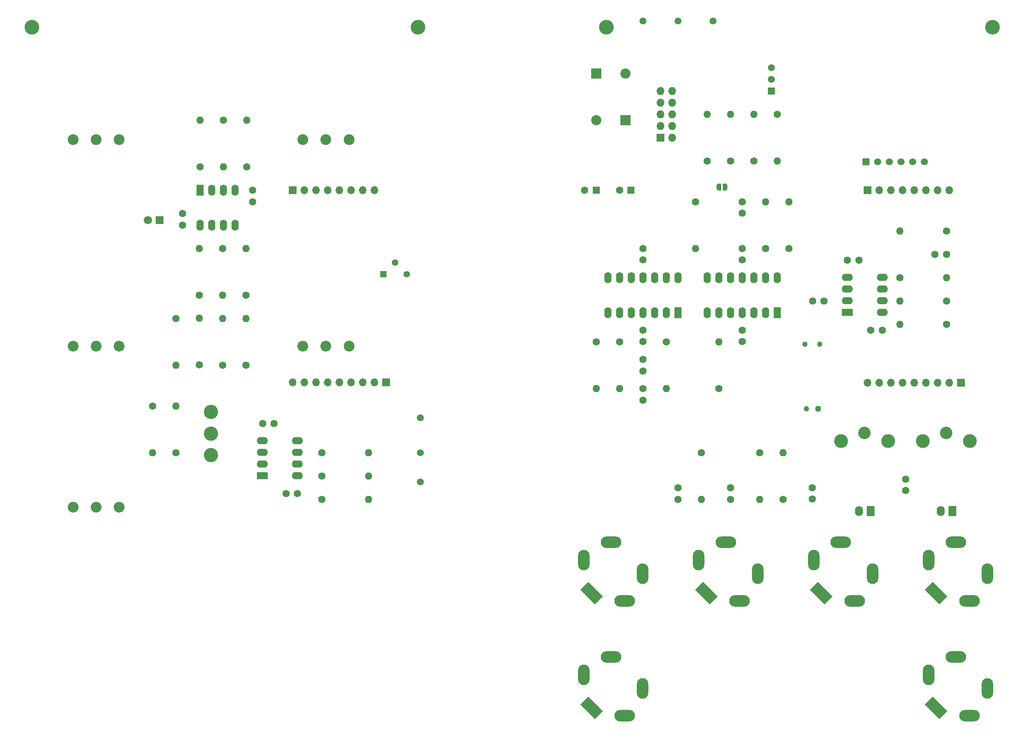
<source format=gbs>
%TF.GenerationSoftware,KiCad,Pcbnew,7.0.0-da2b9df05c~171~ubuntu22.04.1*%
%TF.CreationDate,2023-03-08T20:31:39-05:00*%
%TF.ProjectId,springReverbRev2,73707269-6e67-4526-9576-657262526576,rev?*%
%TF.SameCoordinates,Original*%
%TF.FileFunction,Soldermask,Bot*%
%TF.FilePolarity,Negative*%
%FSLAX46Y46*%
G04 Gerber Fmt 4.6, Leading zero omitted, Abs format (unit mm)*
G04 Created by KiCad (PCBNEW 7.0.0-da2b9df05c~171~ubuntu22.04.1) date 2023-03-08 20:31:39*
%MOMM*%
%LPD*%
G01*
G04 APERTURE LIST*
G04 Aperture macros list*
%AMRoundRect*
0 Rectangle with rounded corners*
0 $1 Rounding radius*
0 $2 $3 $4 $5 $6 $7 $8 $9 X,Y pos of 4 corners*
0 Add a 4 corners polygon primitive as box body*
4,1,4,$2,$3,$4,$5,$6,$7,$8,$9,$2,$3,0*
0 Add four circle primitives for the rounded corners*
1,1,$1+$1,$2,$3*
1,1,$1+$1,$4,$5*
1,1,$1+$1,$6,$7*
1,1,$1+$1,$8,$9*
0 Add four rect primitives between the rounded corners*
20,1,$1+$1,$2,$3,$4,$5,0*
20,1,$1+$1,$4,$5,$6,$7,0*
20,1,$1+$1,$6,$7,$8,$9,0*
20,1,$1+$1,$8,$9,$2,$3,0*%
%AMRotRect*
0 Rectangle, with rotation*
0 The origin of the aperture is its center*
0 $1 length*
0 $2 width*
0 $3 Rotation angle, in degrees counterclockwise*
0 Add horizontal line*
21,1,$1,$2,0,0,$3*%
%AMFreePoly0*
4,1,19,0.500000,-0.750000,0.000000,-0.750000,0.000000,-0.744911,-0.071157,-0.744911,-0.207708,-0.704816,-0.327430,-0.627875,-0.420627,-0.520320,-0.479746,-0.390866,-0.500000,-0.250000,-0.500000,0.250000,-0.479746,0.390866,-0.420627,0.520320,-0.327430,0.627875,-0.207708,0.704816,-0.071157,0.744911,0.000000,0.744911,0.000000,0.750000,0.500000,0.750000,0.500000,-0.750000,0.500000,-0.750000,
$1*%
%AMFreePoly1*
4,1,19,0.000000,0.744911,0.071157,0.744911,0.207708,0.704816,0.327430,0.627875,0.420627,0.520320,0.479746,0.390866,0.500000,0.250000,0.500000,-0.250000,0.479746,-0.390866,0.420627,-0.520320,0.327430,-0.627875,0.207708,-0.704816,0.071157,-0.744911,0.000000,-0.744911,0.000000,-0.750000,-0.500000,-0.750000,-0.500000,0.750000,0.000000,0.750000,0.000000,0.744911,0.000000,0.744911,
$1*%
G04 Aperture macros list end*
%ADD10O,2.500000X4.500001*%
%ADD11O,4.500001X2.500001*%
%ADD12RotRect,4.500001X2.500001X315.000000*%
%ADD13O,4.500000X2.500000*%
%ADD14O,2.500000X4.500000*%
%ADD15C,3.200000*%
%ADD16C,2.340000*%
%ADD17R,1.800000X1.800000*%
%ADD18C,1.800000*%
%ADD19R,1.400000X1.400000*%
%ADD20C,1.400000*%
%ADD21R,1.700000X1.700000*%
%ADD22O,1.700000X1.700000*%
%ADD23C,1.500000*%
%ADD24C,3.100000*%
%ADD25C,1.600000*%
%ADD26O,1.600000X1.600000*%
%ADD27R,1.600000X2.400000*%
%ADD28O,1.600000X2.400000*%
%ADD29R,2.400000X1.600000*%
%ADD30O,2.400000X1.600000*%
%ADD31R,1.727200X1.727200*%
%ADD32O,1.727200X1.727200*%
%ADD33R,1.600000X1.600000*%
%ADD34RoundRect,0.050800X-0.711200X0.711200X-0.711200X-0.711200X0.711200X-0.711200X0.711200X0.711200X0*%
%ADD35C,1.524000*%
%ADD36C,3.000000*%
%ADD37C,2.700000*%
%ADD38RoundRect,0.250000X0.620000X0.850000X-0.620000X0.850000X-0.620000X-0.850000X0.620000X-0.850000X0*%
%ADD39O,1.740000X2.200000*%
%ADD40FreePoly0,180.000000*%
%ADD41FreePoly1,180.000000*%
%ADD42R,1.500000X1.500000*%
%ADD43RoundRect,0.287500X0.287500X-0.287500X0.287500X0.287500X-0.287500X0.287500X-0.287500X-0.287500X0*%
%ADD44C,1.150000*%
%ADD45R,2.200000X2.200000*%
%ADD46O,2.200000X2.200000*%
G04 APERTURE END LIST*
D10*
%TO.C,J902*%
X193899999Y-150499999D03*
D11*
X189999999Y-156399999D03*
D12*
X182759999Y-154739999D03*
D13*
X186999999Y-143599999D03*
D14*
X181099999Y-147499999D03*
%TD*%
D10*
%TO.C,J905*%
X218899999Y-150499999D03*
D11*
X214999999Y-156399999D03*
D12*
X207759999Y-154739999D03*
D13*
X211999999Y-143599999D03*
D14*
X206099999Y-147499999D03*
%TD*%
D15*
%TO.C,H905*%
X145000000Y-31500000D03*
%TD*%
D16*
%TO.C,RV901*%
X70000000Y-56000000D03*
X75000000Y-56000000D03*
X80000000Y-56000000D03*
%TD*%
D17*
%TO.C,LED1*%
X88774999Y-73499999D03*
D18*
X86235000Y-73500000D03*
%TD*%
D19*
%TO.C,VR1*%
X137459999Y-85309999D03*
D20*
X140000000Y-82770000D03*
X142540000Y-85310000D03*
%TD*%
D16*
%TO.C,RV905*%
X120000000Y-101000000D03*
X125000000Y-101000000D03*
X130000000Y-101000000D03*
%TD*%
D10*
%TO.C,J901*%
X243899999Y-150499999D03*
D11*
X239999999Y-156399999D03*
D12*
X232759999Y-154739999D03*
D13*
X236999999Y-143599999D03*
D14*
X231099999Y-147499999D03*
%TD*%
D10*
%TO.C,J904*%
X193899999Y-175499999D03*
D11*
X189999999Y-181399999D03*
D12*
X182759999Y-179739999D03*
D13*
X186999999Y-168599999D03*
D14*
X181099999Y-172499999D03*
%TD*%
D16*
%TO.C,RV903*%
X70000000Y-136000000D03*
X75000000Y-136000000D03*
X80000000Y-136000000D03*
%TD*%
D10*
%TO.C,J903*%
X268899999Y-175499999D03*
D11*
X264999999Y-181399999D03*
D12*
X257759999Y-179739999D03*
D13*
X261999999Y-168599999D03*
D14*
X256099999Y-172499999D03*
%TD*%
D21*
%TO.C,J908*%
X242779999Y-66979999D03*
D22*
X245319999Y-66979999D03*
X247859999Y-66979999D03*
X250399999Y-66979999D03*
X252939999Y-66979999D03*
X255479999Y-66979999D03*
X258019999Y-66979999D03*
X260559999Y-66979999D03*
%TD*%
D15*
%TO.C,H901*%
X186000000Y-31500000D03*
%TD*%
D10*
%TO.C,J906*%
X268899999Y-150499999D03*
D11*
X264999999Y-156399999D03*
D12*
X257759999Y-154739999D03*
D13*
X261999999Y-143599999D03*
D14*
X256099999Y-147499999D03*
%TD*%
D16*
%TO.C,RV904*%
X120000000Y-56000000D03*
X125000000Y-56000000D03*
X130000000Y-56000000D03*
%TD*%
D23*
%TO.C,TP905*%
X145520000Y-124130000D03*
%TD*%
%TO.C,TP904*%
X145520000Y-116510000D03*
%TD*%
D24*
%TO.C,SW901*%
X100000000Y-124700000D03*
X100000000Y-120000000D03*
X100000000Y-115300000D03*
%TD*%
D21*
%TO.C,J910*%
X263099999Y-108889999D03*
D22*
X260559999Y-108889999D03*
X258019999Y-108889999D03*
X255479999Y-108889999D03*
X252939999Y-108889999D03*
X250399999Y-108889999D03*
X247859999Y-108889999D03*
X245319999Y-108889999D03*
X242779999Y-108889999D03*
%TD*%
D15*
%TO.C,H902*%
X270000000Y-31500000D03*
%TD*%
D16*
%TO.C,RV902*%
X70000000Y-101000000D03*
X75000000Y-101000000D03*
X80000000Y-101000000D03*
%TD*%
D23*
%TO.C,TP906*%
X145520000Y-130480000D03*
%TD*%
D15*
%TO.C,H903*%
X61000000Y-31500000D03*
%TD*%
D25*
%TO.C,R108*%
X205410000Y-69520000D03*
D26*
X205409999Y-79679999D03*
%TD*%
D25*
%TO.C,C903*%
X118804286Y-133020000D03*
X116304286Y-133020000D03*
%TD*%
%TO.C,R2*%
X124130000Y-129210000D03*
D26*
X134289999Y-129209999D03*
%TD*%
D25*
%TO.C,C109*%
X193980000Y-106350000D03*
X193980000Y-103850000D03*
%TD*%
D23*
%TO.C,TP903*%
X209220000Y-30150000D03*
%TD*%
D25*
%TO.C,R902*%
X219380000Y-124130000D03*
D26*
X219379999Y-134289999D03*
%TD*%
D25*
%TO.C,R19*%
X225730000Y-79680000D03*
D26*
X225729999Y-69519999D03*
%TD*%
D25*
%TO.C,C107*%
X215565000Y-79690000D03*
X215565000Y-82190000D03*
%TD*%
%TO.C,C1*%
X201600000Y-131790000D03*
X201600000Y-134290000D03*
%TD*%
%TO.C,C105*%
X240930000Y-82220000D03*
X238430000Y-82220000D03*
%TD*%
%TO.C,C901*%
X193975000Y-79690000D03*
X193975000Y-82190000D03*
%TD*%
%TO.C,R23*%
X107745000Y-61900000D03*
D26*
X107744999Y-51739999D03*
%TD*%
D25*
%TO.C,C3*%
X259980000Y-80950000D03*
X257480000Y-80950000D03*
%TD*%
%TO.C,R18*%
X220650000Y-79680000D03*
D26*
X220649999Y-69519999D03*
%TD*%
D25*
%TO.C,C106*%
X193975000Y-97470000D03*
X193975000Y-99970000D03*
%TD*%
%TO.C,R110*%
X210490000Y-110160000D03*
D26*
X210489999Y-99999999D03*
%TD*%
D25*
%TO.C,R24*%
X97585000Y-61900000D03*
D26*
X97584999Y-51739999D03*
%TD*%
D25*
%TO.C,R103*%
X224460000Y-134290000D03*
D26*
X224459999Y-124129999D03*
%TD*%
D27*
%TO.C,IC103*%
X223189999Y-93649999D03*
D28*
X220649999Y-93649999D03*
X218109999Y-93649999D03*
X215569999Y-93649999D03*
X213029999Y-93649999D03*
X210489999Y-93649999D03*
X207949999Y-93649999D03*
X207949999Y-86029999D03*
X210489999Y-86029999D03*
X213029999Y-86029999D03*
X215569999Y-86029999D03*
X218109999Y-86029999D03*
X220649999Y-86029999D03*
X223189999Y-86029999D03*
%TD*%
D25*
%TO.C,R26*%
X92380000Y-124130000D03*
D26*
X92379999Y-113969999D03*
%TD*%
D29*
%TO.C,U7*%
X238439999Y-93639999D03*
D30*
X238439999Y-91099999D03*
X238439999Y-88559999D03*
X238439999Y-86019999D03*
X246059999Y-86019999D03*
X246059999Y-88559999D03*
X246059999Y-91099999D03*
X246059999Y-93639999D03*
%TD*%
D25*
%TO.C,R109*%
X183820000Y-100000000D03*
D26*
X183819999Y-110159999D03*
%TD*%
D31*
%TO.C,SV101*%
X197789999Y-55549999D03*
D32*
X200329999Y-55549999D03*
X197789999Y-53009999D03*
X200329999Y-53009999D03*
X197789999Y-50469999D03*
X200329999Y-50469999D03*
X197789999Y-47929999D03*
X200329999Y-47929999D03*
X197789999Y-45389999D03*
X200329999Y-45389999D03*
%TD*%
D33*
%TO.C,C103*%
X191359999Y-66979999D03*
D25*
X188860000Y-66980000D03*
%TD*%
%TO.C,R106*%
X188900000Y-100000000D03*
D26*
X188899999Y-110159999D03*
%TD*%
D25*
%TO.C,R101*%
X223190000Y-50470000D03*
D26*
X223189999Y-60629999D03*
%TD*%
D25*
%TO.C,R16*%
X107620000Y-89840000D03*
D26*
X107619999Y-79679999D03*
%TD*%
D34*
%TO.C,Z$102*%
X242510000Y-60870000D03*
D35*
X245050000Y-60870000D03*
X247590000Y-60870000D03*
X250130000Y-60870000D03*
X252670000Y-60870000D03*
X255210000Y-60870000D03*
%TD*%
D25*
%TO.C,R105*%
X213030000Y-60630000D03*
D26*
X213029999Y-50469999D03*
%TD*%
D25*
%TO.C,R22*%
X102540000Y-79680000D03*
D26*
X102539999Y-89839999D03*
%TD*%
D25*
%TO.C,R11*%
X260020000Y-75870000D03*
D26*
X249859999Y-75869999D03*
%TD*%
D25*
%TO.C,R102*%
X218110000Y-60630000D03*
D26*
X218109999Y-50469999D03*
%TD*%
D23*
%TO.C,TP902*%
X201600000Y-30150000D03*
%TD*%
D21*
%TO.C,J909*%
X138089999Y-108864999D03*
D22*
X135549999Y-108864999D03*
X133009999Y-108864999D03*
X130469999Y-108864999D03*
X127929999Y-108864999D03*
X125389999Y-108864999D03*
X122849999Y-108864999D03*
X120309999Y-108864999D03*
X117769999Y-108864999D03*
%TD*%
D25*
%TO.C,C108*%
X230810000Y-131750000D03*
X230810000Y-134250000D03*
%TD*%
%TO.C,C6*%
X93825000Y-74600000D03*
X93825000Y-72100000D03*
%TD*%
%TO.C,C4*%
X215570000Y-72020000D03*
X215570000Y-69520000D03*
%TD*%
%TO.C,C5*%
X233350000Y-91110000D03*
X230850000Y-91110000D03*
%TD*%
D36*
%TO.C,X102*%
X265100000Y-121590000D03*
X254800000Y-121590000D03*
D37*
X259950000Y-119890000D03*
%TD*%
D25*
%TO.C,R9*%
X97470000Y-105070000D03*
D26*
X97469999Y-94909999D03*
%TD*%
D38*
%TO.C,J912*%
X261290000Y-136830000D03*
D39*
X258749999Y-136829999D03*
%TD*%
D25*
%TO.C,R8*%
X92380000Y-94920000D03*
D26*
X92379999Y-105079999D03*
%TD*%
D27*
%TO.C,U2*%
X97644999Y-66989999D03*
D28*
X100184999Y-66989999D03*
X102724999Y-66989999D03*
X105264999Y-66989999D03*
X105264999Y-74609999D03*
X102724999Y-74609999D03*
X100184999Y-74609999D03*
X97644999Y-74609999D03*
%TD*%
D25*
%TO.C,R12*%
X102540000Y-105080000D03*
D26*
X102539999Y-94919999D03*
%TD*%
D25*
%TO.C,C104*%
X246010000Y-97460000D03*
X243510000Y-97460000D03*
%TD*%
%TO.C,C7*%
X109065000Y-69520000D03*
X109065000Y-67020000D03*
%TD*%
D40*
%TO.C,SJ101*%
X211790000Y-66360000D03*
D41*
X210490000Y-66360000D03*
%TD*%
D25*
%TO.C,R901*%
X206680000Y-124130000D03*
D26*
X206679999Y-134289999D03*
%TD*%
D25*
%TO.C,C904*%
X113724286Y-117780000D03*
X111224286Y-117780000D03*
%TD*%
D42*
%TO.C,U901*%
X221919999Y-45389999D03*
D23*
X221920000Y-42850000D03*
X221920000Y-40310000D03*
%TD*%
D25*
%TO.C,C101*%
X251130000Y-132385000D03*
X251130000Y-129885000D03*
%TD*%
%TO.C,R20*%
X97460000Y-89840000D03*
D26*
X97459999Y-79679999D03*
%TD*%
D25*
%TO.C,R10*%
X249860000Y-86030000D03*
D26*
X260019999Y-86029999D03*
%TD*%
D25*
%TO.C,R107*%
X199060000Y-100000000D03*
D26*
X199059999Y-110159999D03*
%TD*%
D43*
%TO.C,V101*%
X232080000Y-114620000D03*
D44*
X229540000Y-114620000D03*
X232410000Y-100533000D03*
X229210000Y-100520000D03*
%TD*%
D27*
%TO.C,IC102*%
X201599999Y-93649999D03*
D28*
X199059999Y-93649999D03*
X196519999Y-93649999D03*
X193979999Y-93649999D03*
X191439999Y-93649999D03*
X188899999Y-93649999D03*
X186359999Y-93649999D03*
X186359999Y-86029999D03*
X188899999Y-86029999D03*
X191439999Y-86029999D03*
X193979999Y-86029999D03*
X196519999Y-86029999D03*
X199059999Y-86029999D03*
X201599999Y-86029999D03*
%TD*%
D21*
%TO.C,J907*%
X117794999Y-67004999D03*
D22*
X120334999Y-67004999D03*
X122874999Y-67004999D03*
X125414999Y-67004999D03*
X127954999Y-67004999D03*
X130494999Y-67004999D03*
X133034999Y-67004999D03*
X135574999Y-67004999D03*
%TD*%
D25*
%TO.C,R7*%
X124130000Y-124130000D03*
D26*
X134289999Y-124129999D03*
%TD*%
D29*
%TO.C,U1*%
X111194285Y-129199999D03*
D30*
X111194285Y-126659999D03*
X111194285Y-124119999D03*
X111194285Y-121579999D03*
X118814285Y-121579999D03*
X118814285Y-124119999D03*
X118814285Y-126659999D03*
X118814285Y-129199999D03*
%TD*%
D25*
%TO.C,C2*%
X213030000Y-131790000D03*
X213030000Y-134290000D03*
%TD*%
%TO.C,R6*%
X260020000Y-91110000D03*
D26*
X249859999Y-91109999D03*
%TD*%
D25*
%TO.C,R3*%
X260020000Y-96190000D03*
D26*
X249859999Y-96189999D03*
%TD*%
D25*
%TO.C,R1*%
X124130000Y-134290000D03*
D26*
X134289999Y-134289999D03*
%TD*%
D25*
%TO.C,R104*%
X207950000Y-60630000D03*
D26*
X207949999Y-50469999D03*
%TD*%
D33*
%TO.C,C102*%
X183779999Y-66979999D03*
D25*
X181280000Y-66980000D03*
%TD*%
D45*
%TO.C,D902*%
X190164999Y-51749999D03*
D46*
X190164999Y-41589999D03*
%TD*%
D25*
%TO.C,R13*%
X107620000Y-105080000D03*
D26*
X107619999Y-94919999D03*
%TD*%
D25*
%TO.C,R21*%
X102665000Y-51740000D03*
D26*
X102664999Y-61899999D03*
%TD*%
D25*
%TO.C,C110*%
X193980000Y-110200000D03*
X193980000Y-112700000D03*
%TD*%
%TO.C,C902*%
X215565000Y-97470000D03*
X215565000Y-99970000D03*
%TD*%
D38*
%TO.C,J911*%
X243510000Y-136830000D03*
D39*
X240969999Y-136829999D03*
%TD*%
D23*
%TO.C,TP901*%
X193980000Y-30150000D03*
%TD*%
D45*
%TO.C,D901*%
X183819999Y-41579999D03*
D46*
X183819999Y-51739999D03*
%TD*%
D25*
%TO.C,R25*%
X87300000Y-113970000D03*
D26*
X87299999Y-124129999D03*
%TD*%
D36*
%TO.C,X101*%
X247320000Y-121590000D03*
X237020000Y-121590000D03*
D37*
X242170000Y-119890000D03*
%TD*%
M02*

</source>
